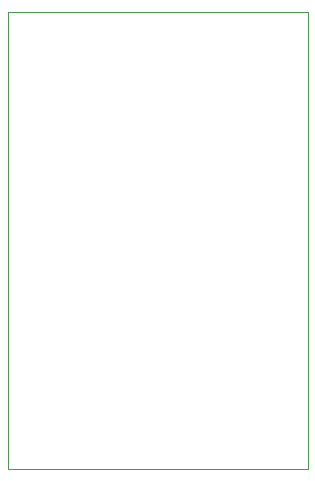
<source format=gbr>
%TF.GenerationSoftware,KiCad,Pcbnew,(5.1.9)-1*%
%TF.CreationDate,2021-03-18T19:40:29-04:00*%
%TF.ProjectId,PowerDetector,506f7765-7244-4657-9465-63746f722e6b,rev?*%
%TF.SameCoordinates,Original*%
%TF.FileFunction,Profile,NP*%
%FSLAX46Y46*%
G04 Gerber Fmt 4.6, Leading zero omitted, Abs format (unit mm)*
G04 Created by KiCad (PCBNEW (5.1.9)-1) date 2021-03-18 19:40:29*
%MOMM*%
%LPD*%
G01*
G04 APERTURE LIST*
%TA.AperFunction,Profile*%
%ADD10C,0.050000*%
%TD*%
G04 APERTURE END LIST*
D10*
X106680000Y-112395000D02*
X132080000Y-112395000D01*
X106680000Y-73660000D02*
X106680000Y-112395000D01*
X132080000Y-73660000D02*
X106680000Y-73660000D01*
X132080000Y-112395000D02*
X132080000Y-73660000D01*
M02*

</source>
